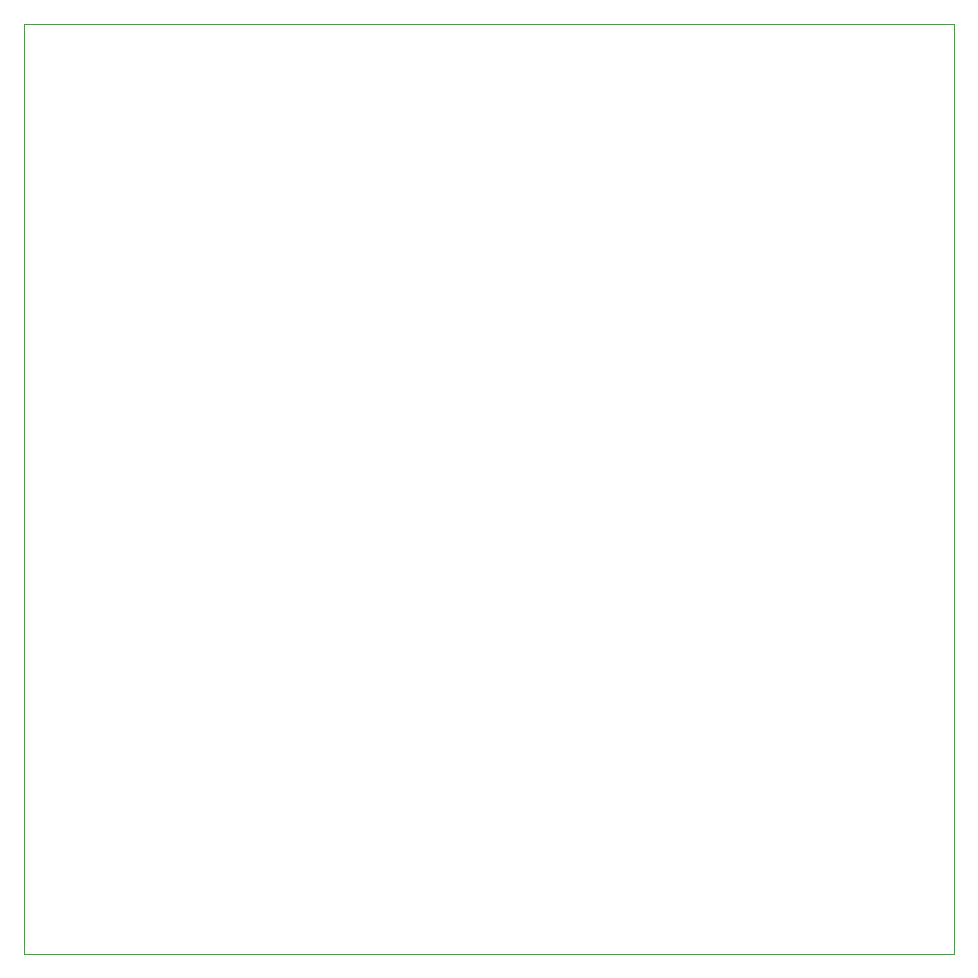
<source format=gbr>
%TF.GenerationSoftware,KiCad,Pcbnew,6.0.11+dfsg-1*%
%TF.CreationDate,2023-11-07T11:46:17+00:00*%
%TF.ProjectId,bb2b,62623262-2e6b-4696-9361-645f70636258,rev?*%
%TF.SameCoordinates,Original*%
%TF.FileFunction,Profile,NP*%
%FSLAX46Y46*%
G04 Gerber Fmt 4.6, Leading zero omitted, Abs format (unit mm)*
G04 Created by KiCad (PCBNEW 6.0.11+dfsg-1) date 2023-11-07 11:46:17*
%MOMM*%
%LPD*%
G01*
G04 APERTURE LIST*
%TA.AperFunction,Profile*%
%ADD10C,0.100000*%
%TD*%
G04 APERTURE END LIST*
D10*
X76200000Y-50800000D02*
X154940000Y-50800000D01*
X154940000Y-50800000D02*
X154940000Y-129540000D01*
X154940000Y-129540000D02*
X76200000Y-129540000D01*
X76200000Y-129540000D02*
X76200000Y-50800000D01*
M02*

</source>
